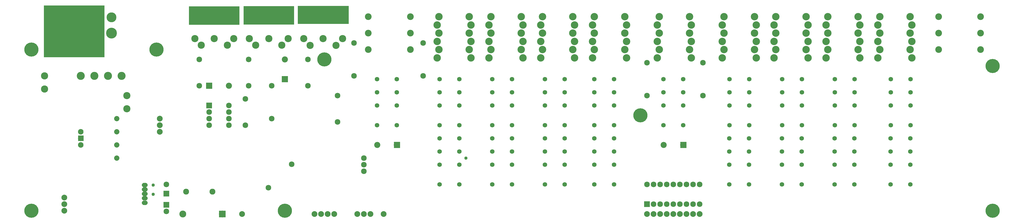
<source format=gbs>
G04 MADE WITH FRITZING*
G04 WWW.FRITZING.ORG*
G04 DOUBLE SIDED*
G04 HOLES PLATED*
G04 CONTOUR ON CENTER OF CONTOUR VECTOR*
%ASAXBY*%
%FSLAX23Y23*%
%MOIN*%
%OFA0B0*%
%SFA1.0B1.0*%
%ADD10C,0.164173*%
%ADD11C,0.150000*%
%ADD12C,0.092000*%
%ADD13C,0.109060*%
%ADD14C,0.085000*%
%ADD15C,0.088000*%
%ADD16C,0.063307*%
%ADD17C,0.109055*%
%ADD18C,0.049370*%
%ADD19C,0.090000*%
%ADD20C,0.104000*%
%ADD21C,0.122000*%
%ADD22C,0.084000*%
%ADD23C,0.080000*%
%ADD24C,0.214725*%
%ADD25C,0.112362*%
%ADD26C,0.101417*%
%ADD27C,0.069000*%
%ADD28R,0.092000X0.092000*%
%ADD29R,0.776667X0.276667*%
%ADD30R,0.085000X0.085000*%
%ADD31R,0.104000X0.104000*%
%ADD32R,0.924814X0.791481*%
%ADD33R,0.765559X0.284073*%
%ADD34R,0.769260X0.280370*%
%ADD35C,0.067087*%
%ADD36R,0.001000X0.001000*%
%LNMASK0*%
G90*
G70*
G54D10*
X1497Y2994D03*
G54D11*
X1497Y3234D03*
X1307Y3114D03*
G54D12*
X10182Y1297D03*
X9884Y1297D03*
G54D13*
X5007Y2911D03*
X4909Y2810D03*
X4712Y2911D03*
X4515Y2810D03*
X4417Y2911D03*
X4909Y3317D03*
X4515Y3317D03*
G54D14*
X4482Y2597D03*
X4482Y2197D03*
X4932Y2047D03*
X4932Y1647D03*
G54D15*
X5632Y247D03*
G54D14*
X2332Y557D03*
X2332Y695D03*
G54D16*
X2002Y685D03*
X2002Y618D03*
X2002Y551D03*
X2002Y484D03*
X2002Y417D03*
G54D17*
X482Y2347D03*
X482Y2147D03*
G54D15*
X2232Y1697D03*
X2232Y1597D03*
X2232Y1497D03*
G54D18*
X2132Y547D03*
X2132Y687D03*
G54D17*
X1732Y2047D03*
X1732Y1847D03*
G54D14*
X2332Y387D03*
X2332Y287D03*
G54D19*
X2632Y587D03*
X3032Y587D03*
G54D15*
X782Y497D03*
X782Y397D03*
X782Y297D03*
G54D20*
X3182Y247D03*
X2582Y247D03*
G54D18*
X6882Y1097D03*
G54D15*
X3482Y247D03*
G54D21*
X1032Y2347D03*
X1238Y2347D03*
X1444Y2347D03*
X1650Y2347D03*
G54D22*
X1032Y1297D03*
X1032Y1397D03*
X1032Y1497D03*
G54D23*
X1578Y1495D03*
X1578Y1695D03*
X1578Y1295D03*
X1578Y1095D03*
G54D24*
X9532Y1747D03*
X14882Y297D03*
X14882Y2497D03*
X282Y2747D03*
X282Y297D03*
X2182Y2747D03*
X4732Y2597D03*
X4132Y297D03*
G54D15*
X4582Y247D03*
X4682Y247D03*
X4782Y247D03*
X4882Y247D03*
X5432Y247D03*
X5332Y247D03*
X5232Y247D03*
G54D12*
X4132Y2297D03*
X4132Y2595D03*
G54D25*
X9816Y3247D03*
X9816Y2997D03*
X9816Y2747D03*
X10276Y3247D03*
X10276Y2997D03*
X10276Y2747D03*
X9788Y3119D03*
X9788Y2869D03*
X9788Y2619D03*
X10304Y3119D03*
X10304Y2869D03*
X10304Y2619D03*
X6471Y3247D03*
X6471Y2997D03*
X6471Y2747D03*
X6931Y3247D03*
X6931Y2997D03*
X6931Y2747D03*
X6443Y3119D03*
X6443Y2869D03*
X6443Y2619D03*
X6959Y3119D03*
X6959Y2869D03*
X6959Y2619D03*
X7260Y3247D03*
X7260Y2997D03*
X7260Y2747D03*
X7720Y3247D03*
X7720Y2997D03*
X7720Y2747D03*
X7232Y3119D03*
X7232Y2869D03*
X7232Y2619D03*
X7748Y3119D03*
X7748Y2869D03*
X7748Y2619D03*
X8832Y3247D03*
X8832Y2997D03*
X8832Y2747D03*
X9293Y3247D03*
X9293Y2997D03*
X9293Y2747D03*
X8804Y3119D03*
X8804Y2869D03*
X8804Y2619D03*
X9320Y3119D03*
X9320Y2869D03*
X9320Y2619D03*
X8043Y3247D03*
X8043Y2997D03*
X8043Y2747D03*
X8504Y3247D03*
X8504Y2997D03*
X8504Y2747D03*
X8016Y3119D03*
X8016Y2869D03*
X8016Y2619D03*
X8532Y3119D03*
X8532Y2869D03*
X8532Y2619D03*
X10802Y3247D03*
X10802Y2997D03*
X10802Y2747D03*
X11263Y3247D03*
X11263Y2997D03*
X11263Y2747D03*
X10774Y3119D03*
X10774Y2869D03*
X10774Y2619D03*
X11290Y3119D03*
X11290Y2869D03*
X11290Y2619D03*
X11588Y3247D03*
X11588Y2997D03*
X11588Y2747D03*
X12049Y3247D03*
X12049Y2997D03*
X12049Y2747D03*
X11561Y3119D03*
X11561Y2869D03*
X11561Y2619D03*
X12076Y3119D03*
X12076Y2869D03*
X12076Y2619D03*
G54D14*
X9632Y397D03*
X9632Y697D03*
X9732Y397D03*
X9732Y697D03*
X9832Y397D03*
X9832Y697D03*
X9932Y397D03*
X9932Y697D03*
X10032Y397D03*
X10032Y697D03*
X10132Y397D03*
X10132Y697D03*
X10232Y397D03*
X10232Y697D03*
X10332Y397D03*
X10332Y697D03*
X10432Y397D03*
X10432Y697D03*
G54D25*
X13166Y3247D03*
X13166Y2997D03*
X13166Y2747D03*
X13627Y3247D03*
X13627Y2997D03*
X13627Y2747D03*
X13138Y3119D03*
X13138Y2869D03*
X13138Y2619D03*
X13654Y3119D03*
X13654Y2869D03*
X13654Y2619D03*
G54D26*
X5399Y3247D03*
X6038Y3247D03*
X5399Y2997D03*
X6038Y2997D03*
X5399Y2747D03*
X6038Y2747D03*
X14060Y3247D03*
X14699Y3247D03*
X14060Y2997D03*
X14699Y2997D03*
X14060Y2747D03*
X14699Y2747D03*
G54D25*
X12377Y3247D03*
X12377Y2997D03*
X12377Y2747D03*
X12838Y3247D03*
X12838Y2997D03*
X12838Y2747D03*
X12350Y3119D03*
X12350Y2869D03*
X12350Y2619D03*
X12865Y3119D03*
X12865Y2869D03*
X12865Y2619D03*
G54D15*
X10432Y247D03*
X10332Y247D03*
X10232Y247D03*
X10132Y247D03*
X10032Y247D03*
X9932Y247D03*
X9832Y247D03*
X9732Y247D03*
X9632Y247D03*
G54D27*
X13634Y1897D03*
X13334Y2297D03*
X13334Y2097D03*
X13334Y1897D03*
X13334Y1597D03*
X13634Y1597D03*
X13634Y2097D03*
X13634Y2297D03*
X12784Y1897D03*
X12484Y2297D03*
X12484Y2097D03*
X12484Y1897D03*
X12484Y1597D03*
X12784Y1597D03*
X12784Y2097D03*
X12784Y2297D03*
X11984Y1897D03*
X11684Y2297D03*
X11684Y2097D03*
X11684Y1897D03*
X11684Y1597D03*
X11984Y1597D03*
X11984Y2097D03*
X11984Y2297D03*
X11184Y1897D03*
X10884Y2297D03*
X10884Y2097D03*
X10884Y1897D03*
X10884Y1597D03*
X11184Y1597D03*
X11184Y2097D03*
X11184Y2297D03*
X9132Y1897D03*
X8832Y2297D03*
X8832Y2097D03*
X8832Y1897D03*
X8832Y1597D03*
X9132Y1597D03*
X9132Y2097D03*
X9132Y2297D03*
X8382Y1897D03*
X8082Y2297D03*
X8082Y2097D03*
X8082Y1897D03*
X8082Y1597D03*
X8382Y1597D03*
X8382Y2097D03*
X8382Y2297D03*
X7582Y1897D03*
X7282Y2297D03*
X7282Y2097D03*
X7282Y1897D03*
X7282Y1597D03*
X7582Y1597D03*
X7582Y2097D03*
X7582Y2297D03*
X6782Y1897D03*
X6482Y2297D03*
X6482Y2097D03*
X6482Y1897D03*
X6482Y1597D03*
X6782Y1597D03*
X6782Y2097D03*
X6782Y2297D03*
X6782Y997D03*
X6482Y1397D03*
X6482Y1197D03*
X6482Y997D03*
X6482Y697D03*
X6782Y697D03*
X6782Y1197D03*
X6782Y1397D03*
X7582Y997D03*
X7282Y1397D03*
X7282Y1197D03*
X7282Y997D03*
X7282Y697D03*
X7582Y697D03*
X7582Y1197D03*
X7582Y1397D03*
X8382Y997D03*
X8082Y1397D03*
X8082Y1197D03*
X8082Y997D03*
X8082Y697D03*
X8382Y697D03*
X8382Y1197D03*
X8382Y1397D03*
X11182Y997D03*
X10882Y1397D03*
X10882Y1197D03*
X10882Y997D03*
X10882Y697D03*
X11182Y697D03*
X11182Y1197D03*
X11182Y1397D03*
X11982Y997D03*
X11682Y1397D03*
X11682Y1197D03*
X11682Y997D03*
X11682Y697D03*
X11982Y697D03*
X11982Y1197D03*
X11982Y1397D03*
X12782Y997D03*
X12482Y1397D03*
X12482Y1197D03*
X12482Y997D03*
X12482Y697D03*
X12782Y697D03*
X12782Y1197D03*
X12782Y1397D03*
X13632Y997D03*
X13332Y1397D03*
X13332Y1197D03*
X13332Y997D03*
X13332Y697D03*
X13632Y697D03*
X13632Y1197D03*
X13632Y1397D03*
X10182Y1897D03*
X9882Y2297D03*
X9882Y2097D03*
X9882Y1897D03*
X9882Y1597D03*
X10182Y1597D03*
X10182Y2097D03*
X10182Y2297D03*
X5832Y1897D03*
X5532Y2297D03*
X5532Y2097D03*
X5532Y1897D03*
X5532Y1597D03*
X5832Y1597D03*
X5832Y2097D03*
X5832Y2297D03*
X9132Y997D03*
X8832Y1397D03*
X8832Y1197D03*
X8832Y997D03*
X8832Y697D03*
X9132Y697D03*
X9132Y1197D03*
X9132Y1397D03*
G54D14*
X2832Y2597D03*
X2832Y2197D03*
G54D12*
X2982Y2197D03*
X3280Y2197D03*
G54D14*
X3932Y2197D03*
X3932Y1697D03*
X3532Y1597D03*
X3532Y1997D03*
X3582Y2597D03*
X3582Y2197D03*
X2982Y1897D03*
X3282Y1897D03*
X2982Y1797D03*
X3282Y1797D03*
X2982Y1697D03*
X3282Y1697D03*
X2982Y1597D03*
X3282Y1597D03*
G54D13*
X4181Y2913D03*
X4083Y2812D03*
X3886Y2913D03*
X3689Y2812D03*
X3591Y2913D03*
X4083Y3319D03*
X3689Y3319D03*
X3354Y2913D03*
X3256Y2812D03*
X3059Y2913D03*
X2862Y2812D03*
X2764Y2913D03*
X3256Y3319D03*
X2862Y3319D03*
G54D14*
X5182Y2347D03*
X5182Y2847D03*
X9632Y2047D03*
X9632Y2547D03*
X10482Y2047D03*
X10482Y2547D03*
X6232Y2347D03*
X6232Y2847D03*
X5332Y1097D03*
X5332Y997D03*
X5332Y897D03*
X3882Y647D03*
X4235Y1001D03*
G54D12*
X5832Y1297D03*
X5534Y1297D03*
G54D28*
X10183Y1297D03*
G54D29*
X4715Y3271D03*
G54D30*
X2332Y557D03*
X2332Y387D03*
G54D31*
X3182Y247D03*
G54D32*
X932Y3022D03*
G54D33*
X3056Y3263D03*
G54D34*
X3886Y3266D03*
G54D28*
X4132Y2296D03*
G54D30*
X9632Y397D03*
G54D28*
X2981Y2197D03*
G54D30*
X2982Y1897D03*
G54D28*
X5833Y1297D03*
G54D35*
X2013Y685D02*
X1991Y685D01*
D02*
X2013Y618D02*
X1991Y618D01*
D02*
X2013Y551D02*
X1991Y551D01*
D02*
X2013Y484D02*
X1991Y484D01*
D02*
X2013Y417D02*
X1991Y417D01*
G54D36*
X990Y1439D02*
X1073Y1439D01*
X990Y1438D02*
X1073Y1438D01*
X990Y1437D02*
X1073Y1437D01*
X990Y1436D02*
X1073Y1436D01*
X990Y1435D02*
X1073Y1435D01*
X990Y1434D02*
X1073Y1434D01*
X990Y1433D02*
X1073Y1433D01*
X990Y1432D02*
X1073Y1432D01*
X990Y1431D02*
X1073Y1431D01*
X990Y1430D02*
X1073Y1430D01*
X990Y1429D02*
X1073Y1429D01*
X990Y1428D02*
X1073Y1428D01*
X990Y1427D02*
X1073Y1427D01*
X990Y1426D02*
X1073Y1426D01*
X990Y1425D02*
X1073Y1425D01*
X990Y1424D02*
X1073Y1424D01*
X990Y1423D02*
X1073Y1423D01*
X990Y1422D02*
X1073Y1422D01*
X990Y1421D02*
X1073Y1421D01*
X990Y1420D02*
X1073Y1420D01*
X990Y1419D02*
X1073Y1419D01*
X990Y1418D02*
X1073Y1418D01*
X990Y1417D02*
X1073Y1417D01*
X990Y1416D02*
X1073Y1416D01*
X990Y1415D02*
X1073Y1415D01*
X990Y1414D02*
X1073Y1414D01*
X990Y1413D02*
X1073Y1413D01*
X990Y1412D02*
X1030Y1412D01*
X1033Y1412D02*
X1073Y1412D01*
X990Y1411D02*
X1025Y1411D01*
X1038Y1411D02*
X1073Y1411D01*
X990Y1410D02*
X1023Y1410D01*
X1039Y1410D02*
X1073Y1410D01*
X990Y1409D02*
X1022Y1409D01*
X1041Y1409D02*
X1073Y1409D01*
X990Y1408D02*
X1021Y1408D01*
X1042Y1408D02*
X1073Y1408D01*
X990Y1407D02*
X1020Y1407D01*
X1043Y1407D02*
X1073Y1407D01*
X990Y1406D02*
X1019Y1406D01*
X1044Y1406D02*
X1073Y1406D01*
X990Y1405D02*
X1018Y1405D01*
X1044Y1405D02*
X1073Y1405D01*
X990Y1404D02*
X1018Y1404D01*
X1045Y1404D02*
X1073Y1404D01*
X990Y1403D02*
X1017Y1403D01*
X1045Y1403D02*
X1073Y1403D01*
X990Y1402D02*
X1017Y1402D01*
X1046Y1402D02*
X1073Y1402D01*
X990Y1401D02*
X1017Y1401D01*
X1046Y1401D02*
X1073Y1401D01*
X990Y1400D02*
X1016Y1400D01*
X1046Y1400D02*
X1073Y1400D01*
X990Y1399D02*
X1016Y1399D01*
X1046Y1399D02*
X1073Y1399D01*
X990Y1398D02*
X1016Y1398D01*
X1046Y1398D02*
X1073Y1398D01*
X990Y1397D02*
X1016Y1397D01*
X1047Y1397D02*
X1073Y1397D01*
X990Y1396D02*
X1016Y1396D01*
X1046Y1396D02*
X1073Y1396D01*
X990Y1395D02*
X1016Y1395D01*
X1046Y1395D02*
X1073Y1395D01*
X990Y1394D02*
X1017Y1394D01*
X1046Y1394D02*
X1073Y1394D01*
X990Y1393D02*
X1017Y1393D01*
X1046Y1393D02*
X1073Y1393D01*
X990Y1392D02*
X1017Y1392D01*
X1046Y1392D02*
X1073Y1392D01*
X990Y1391D02*
X1018Y1391D01*
X1045Y1391D02*
X1073Y1391D01*
X990Y1390D02*
X1018Y1390D01*
X1045Y1390D02*
X1073Y1390D01*
X990Y1389D02*
X1019Y1389D01*
X1044Y1389D02*
X1073Y1389D01*
X990Y1388D02*
X1020Y1388D01*
X1043Y1388D02*
X1073Y1388D01*
X990Y1387D02*
X1021Y1387D01*
X1042Y1387D02*
X1073Y1387D01*
X990Y1386D02*
X1022Y1386D01*
X1041Y1386D02*
X1073Y1386D01*
X990Y1385D02*
X1023Y1385D01*
X1040Y1385D02*
X1073Y1385D01*
X990Y1384D02*
X1025Y1384D01*
X1038Y1384D02*
X1073Y1384D01*
X990Y1383D02*
X1028Y1383D01*
X1035Y1383D02*
X1073Y1383D01*
X990Y1382D02*
X1073Y1382D01*
X990Y1381D02*
X1073Y1381D01*
X990Y1380D02*
X1073Y1380D01*
X990Y1379D02*
X1073Y1379D01*
X990Y1378D02*
X1073Y1378D01*
X990Y1377D02*
X1073Y1377D01*
X990Y1376D02*
X1073Y1376D01*
X990Y1375D02*
X1073Y1375D01*
X990Y1374D02*
X1073Y1374D01*
X990Y1373D02*
X1073Y1373D01*
X990Y1372D02*
X1073Y1372D01*
X990Y1371D02*
X1073Y1371D01*
X990Y1370D02*
X1073Y1370D01*
X990Y1369D02*
X1073Y1369D01*
X990Y1368D02*
X1073Y1368D01*
X990Y1367D02*
X1073Y1367D01*
X990Y1366D02*
X1073Y1366D01*
X990Y1365D02*
X1073Y1365D01*
X990Y1364D02*
X1073Y1364D01*
X990Y1363D02*
X1073Y1363D01*
X990Y1362D02*
X1073Y1362D01*
X990Y1361D02*
X1073Y1361D01*
X990Y1360D02*
X1073Y1360D01*
X990Y1359D02*
X1073Y1359D01*
X990Y1358D02*
X1073Y1358D01*
X990Y1357D02*
X1073Y1357D01*
X990Y1356D02*
X1073Y1356D01*
D02*
G04 End of Mask0*
M02*
</source>
